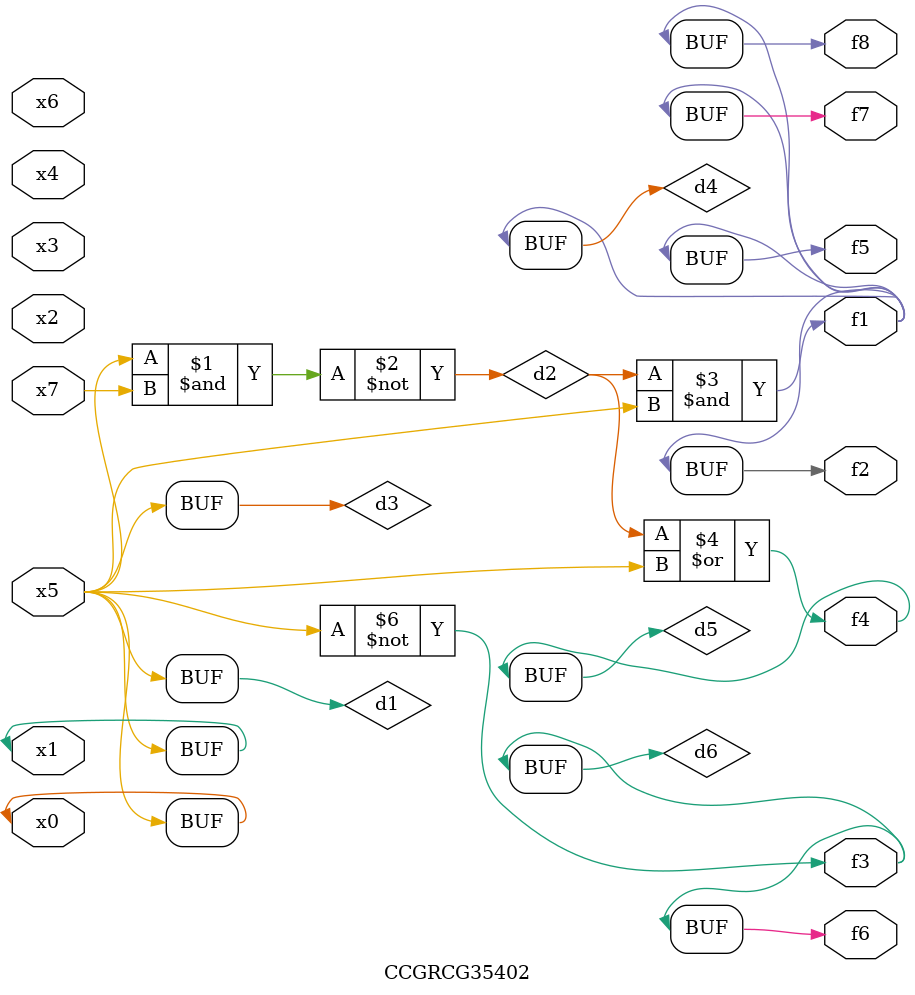
<source format=v>
module CCGRCG35402(
	input x0, x1, x2, x3, x4, x5, x6, x7,
	output f1, f2, f3, f4, f5, f6, f7, f8
);

	wire d1, d2, d3, d4, d5, d6;

	buf (d1, x0, x5);
	nand (d2, x5, x7);
	buf (d3, x0, x1);
	and (d4, d2, d3);
	or (d5, d2, d3);
	nor (d6, d1, d3);
	assign f1 = d4;
	assign f2 = d4;
	assign f3 = d6;
	assign f4 = d5;
	assign f5 = d4;
	assign f6 = d6;
	assign f7 = d4;
	assign f8 = d4;
endmodule

</source>
